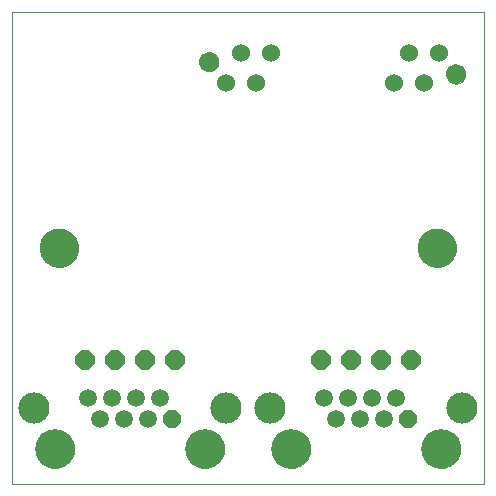
<source format=gbs>
G75*
G70*
%OFA0B0*%
%FSLAX24Y24*%
%IPPOS*%
%LPD*%
%AMOC8*
5,1,8,0,0,1.08239X$1,22.5*
%
%ADD10C,0.0000*%
%ADD11C,0.1300*%
%ADD12OC8,0.0590*%
%ADD13C,0.0590*%
%ADD14C,0.1040*%
%ADD15C,0.1320*%
%ADD16OC8,0.0640*%
%ADD17C,0.0600*%
%ADD18C,0.0670*%
D10*
X001274Y001049D02*
X001274Y016797D01*
X017022Y016797D01*
X017022Y001049D01*
X001274Y001049D01*
X002071Y002230D02*
X002073Y002280D01*
X002079Y002330D01*
X002089Y002379D01*
X002102Y002428D01*
X002120Y002475D01*
X002141Y002521D01*
X002165Y002564D01*
X002193Y002606D01*
X002224Y002646D01*
X002258Y002683D01*
X002295Y002717D01*
X002335Y002748D01*
X002377Y002776D01*
X002420Y002800D01*
X002466Y002821D01*
X002513Y002839D01*
X002562Y002852D01*
X002611Y002862D01*
X002661Y002868D01*
X002711Y002870D01*
X002761Y002868D01*
X002811Y002862D01*
X002860Y002852D01*
X002909Y002839D01*
X002956Y002821D01*
X003002Y002800D01*
X003045Y002776D01*
X003087Y002748D01*
X003127Y002717D01*
X003164Y002683D01*
X003198Y002646D01*
X003229Y002606D01*
X003257Y002564D01*
X003281Y002521D01*
X003302Y002475D01*
X003320Y002428D01*
X003333Y002379D01*
X003343Y002330D01*
X003349Y002280D01*
X003351Y002230D01*
X003349Y002180D01*
X003343Y002130D01*
X003333Y002081D01*
X003320Y002032D01*
X003302Y001985D01*
X003281Y001939D01*
X003257Y001896D01*
X003229Y001854D01*
X003198Y001814D01*
X003164Y001777D01*
X003127Y001743D01*
X003087Y001712D01*
X003045Y001684D01*
X003002Y001660D01*
X002956Y001639D01*
X002909Y001621D01*
X002860Y001608D01*
X002811Y001598D01*
X002761Y001592D01*
X002711Y001590D01*
X002661Y001592D01*
X002611Y001598D01*
X002562Y001608D01*
X002513Y001621D01*
X002466Y001639D01*
X002420Y001660D01*
X002377Y001684D01*
X002335Y001712D01*
X002295Y001743D01*
X002258Y001777D01*
X002224Y001814D01*
X002193Y001854D01*
X002165Y001896D01*
X002141Y001939D01*
X002120Y001985D01*
X002102Y002032D01*
X002089Y002081D01*
X002079Y002130D01*
X002073Y002180D01*
X002071Y002230D01*
X007071Y002230D02*
X007073Y002280D01*
X007079Y002330D01*
X007089Y002379D01*
X007102Y002428D01*
X007120Y002475D01*
X007141Y002521D01*
X007165Y002564D01*
X007193Y002606D01*
X007224Y002646D01*
X007258Y002683D01*
X007295Y002717D01*
X007335Y002748D01*
X007377Y002776D01*
X007420Y002800D01*
X007466Y002821D01*
X007513Y002839D01*
X007562Y002852D01*
X007611Y002862D01*
X007661Y002868D01*
X007711Y002870D01*
X007761Y002868D01*
X007811Y002862D01*
X007860Y002852D01*
X007909Y002839D01*
X007956Y002821D01*
X008002Y002800D01*
X008045Y002776D01*
X008087Y002748D01*
X008127Y002717D01*
X008164Y002683D01*
X008198Y002646D01*
X008229Y002606D01*
X008257Y002564D01*
X008281Y002521D01*
X008302Y002475D01*
X008320Y002428D01*
X008333Y002379D01*
X008343Y002330D01*
X008349Y002280D01*
X008351Y002230D01*
X008349Y002180D01*
X008343Y002130D01*
X008333Y002081D01*
X008320Y002032D01*
X008302Y001985D01*
X008281Y001939D01*
X008257Y001896D01*
X008229Y001854D01*
X008198Y001814D01*
X008164Y001777D01*
X008127Y001743D01*
X008087Y001712D01*
X008045Y001684D01*
X008002Y001660D01*
X007956Y001639D01*
X007909Y001621D01*
X007860Y001608D01*
X007811Y001598D01*
X007761Y001592D01*
X007711Y001590D01*
X007661Y001592D01*
X007611Y001598D01*
X007562Y001608D01*
X007513Y001621D01*
X007466Y001639D01*
X007420Y001660D01*
X007377Y001684D01*
X007335Y001712D01*
X007295Y001743D01*
X007258Y001777D01*
X007224Y001814D01*
X007193Y001854D01*
X007165Y001896D01*
X007141Y001939D01*
X007120Y001985D01*
X007102Y002032D01*
X007089Y002081D01*
X007079Y002130D01*
X007073Y002180D01*
X007071Y002230D01*
X009945Y002230D02*
X009947Y002280D01*
X009953Y002330D01*
X009963Y002379D01*
X009976Y002428D01*
X009994Y002475D01*
X010015Y002521D01*
X010039Y002564D01*
X010067Y002606D01*
X010098Y002646D01*
X010132Y002683D01*
X010169Y002717D01*
X010209Y002748D01*
X010251Y002776D01*
X010294Y002800D01*
X010340Y002821D01*
X010387Y002839D01*
X010436Y002852D01*
X010485Y002862D01*
X010535Y002868D01*
X010585Y002870D01*
X010635Y002868D01*
X010685Y002862D01*
X010734Y002852D01*
X010783Y002839D01*
X010830Y002821D01*
X010876Y002800D01*
X010919Y002776D01*
X010961Y002748D01*
X011001Y002717D01*
X011038Y002683D01*
X011072Y002646D01*
X011103Y002606D01*
X011131Y002564D01*
X011155Y002521D01*
X011176Y002475D01*
X011194Y002428D01*
X011207Y002379D01*
X011217Y002330D01*
X011223Y002280D01*
X011225Y002230D01*
X011223Y002180D01*
X011217Y002130D01*
X011207Y002081D01*
X011194Y002032D01*
X011176Y001985D01*
X011155Y001939D01*
X011131Y001896D01*
X011103Y001854D01*
X011072Y001814D01*
X011038Y001777D01*
X011001Y001743D01*
X010961Y001712D01*
X010919Y001684D01*
X010876Y001660D01*
X010830Y001639D01*
X010783Y001621D01*
X010734Y001608D01*
X010685Y001598D01*
X010635Y001592D01*
X010585Y001590D01*
X010535Y001592D01*
X010485Y001598D01*
X010436Y001608D01*
X010387Y001621D01*
X010340Y001639D01*
X010294Y001660D01*
X010251Y001684D01*
X010209Y001712D01*
X010169Y001743D01*
X010132Y001777D01*
X010098Y001814D01*
X010067Y001854D01*
X010039Y001896D01*
X010015Y001939D01*
X009994Y001985D01*
X009976Y002032D01*
X009963Y002081D01*
X009953Y002130D01*
X009947Y002180D01*
X009945Y002230D01*
X014945Y002230D02*
X014947Y002280D01*
X014953Y002330D01*
X014963Y002379D01*
X014976Y002428D01*
X014994Y002475D01*
X015015Y002521D01*
X015039Y002564D01*
X015067Y002606D01*
X015098Y002646D01*
X015132Y002683D01*
X015169Y002717D01*
X015209Y002748D01*
X015251Y002776D01*
X015294Y002800D01*
X015340Y002821D01*
X015387Y002839D01*
X015436Y002852D01*
X015485Y002862D01*
X015535Y002868D01*
X015585Y002870D01*
X015635Y002868D01*
X015685Y002862D01*
X015734Y002852D01*
X015783Y002839D01*
X015830Y002821D01*
X015876Y002800D01*
X015919Y002776D01*
X015961Y002748D01*
X016001Y002717D01*
X016038Y002683D01*
X016072Y002646D01*
X016103Y002606D01*
X016131Y002564D01*
X016155Y002521D01*
X016176Y002475D01*
X016194Y002428D01*
X016207Y002379D01*
X016217Y002330D01*
X016223Y002280D01*
X016225Y002230D01*
X016223Y002180D01*
X016217Y002130D01*
X016207Y002081D01*
X016194Y002032D01*
X016176Y001985D01*
X016155Y001939D01*
X016131Y001896D01*
X016103Y001854D01*
X016072Y001814D01*
X016038Y001777D01*
X016001Y001743D01*
X015961Y001712D01*
X015919Y001684D01*
X015876Y001660D01*
X015830Y001639D01*
X015783Y001621D01*
X015734Y001608D01*
X015685Y001598D01*
X015635Y001592D01*
X015585Y001590D01*
X015535Y001592D01*
X015485Y001598D01*
X015436Y001608D01*
X015387Y001621D01*
X015340Y001639D01*
X015294Y001660D01*
X015251Y001684D01*
X015209Y001712D01*
X015169Y001743D01*
X015132Y001777D01*
X015098Y001814D01*
X015067Y001854D01*
X015039Y001896D01*
X015015Y001939D01*
X014994Y001985D01*
X014976Y002032D01*
X014963Y002081D01*
X014953Y002130D01*
X014947Y002180D01*
X014945Y002230D01*
X014817Y008923D02*
X014819Y008973D01*
X014825Y009023D01*
X014835Y009072D01*
X014849Y009120D01*
X014866Y009167D01*
X014887Y009212D01*
X014912Y009256D01*
X014940Y009297D01*
X014972Y009336D01*
X015006Y009373D01*
X015043Y009407D01*
X015083Y009437D01*
X015125Y009464D01*
X015169Y009488D01*
X015215Y009509D01*
X015262Y009525D01*
X015310Y009538D01*
X015360Y009547D01*
X015409Y009552D01*
X015460Y009553D01*
X015510Y009550D01*
X015559Y009543D01*
X015608Y009532D01*
X015656Y009517D01*
X015702Y009499D01*
X015747Y009477D01*
X015790Y009451D01*
X015831Y009422D01*
X015870Y009390D01*
X015906Y009355D01*
X015938Y009317D01*
X015968Y009277D01*
X015995Y009234D01*
X016018Y009190D01*
X016037Y009144D01*
X016053Y009096D01*
X016065Y009047D01*
X016073Y008998D01*
X016077Y008948D01*
X016077Y008898D01*
X016073Y008848D01*
X016065Y008799D01*
X016053Y008750D01*
X016037Y008702D01*
X016018Y008656D01*
X015995Y008612D01*
X015968Y008569D01*
X015938Y008529D01*
X015906Y008491D01*
X015870Y008456D01*
X015831Y008424D01*
X015790Y008395D01*
X015747Y008369D01*
X015702Y008347D01*
X015656Y008329D01*
X015608Y008314D01*
X015559Y008303D01*
X015510Y008296D01*
X015460Y008293D01*
X015409Y008294D01*
X015360Y008299D01*
X015310Y008308D01*
X015262Y008321D01*
X015215Y008337D01*
X015169Y008358D01*
X015125Y008382D01*
X015083Y008409D01*
X015043Y008439D01*
X015006Y008473D01*
X014972Y008510D01*
X014940Y008549D01*
X014912Y008590D01*
X014887Y008634D01*
X014866Y008679D01*
X014849Y008726D01*
X014835Y008774D01*
X014825Y008823D01*
X014819Y008873D01*
X014817Y008923D01*
X015760Y014715D02*
X015762Y014750D01*
X015768Y014785D01*
X015778Y014819D01*
X015791Y014852D01*
X015808Y014883D01*
X015829Y014911D01*
X015852Y014938D01*
X015879Y014961D01*
X015907Y014982D01*
X015938Y014999D01*
X015971Y015012D01*
X016005Y015022D01*
X016040Y015028D01*
X016075Y015030D01*
X016110Y015028D01*
X016145Y015022D01*
X016179Y015012D01*
X016212Y014999D01*
X016243Y014982D01*
X016271Y014961D01*
X016298Y014938D01*
X016321Y014911D01*
X016342Y014883D01*
X016359Y014852D01*
X016372Y014819D01*
X016382Y014785D01*
X016388Y014750D01*
X016390Y014715D01*
X016388Y014680D01*
X016382Y014645D01*
X016372Y014611D01*
X016359Y014578D01*
X016342Y014547D01*
X016321Y014519D01*
X016298Y014492D01*
X016271Y014469D01*
X016243Y014448D01*
X016212Y014431D01*
X016179Y014418D01*
X016145Y014408D01*
X016110Y014402D01*
X016075Y014400D01*
X016040Y014402D01*
X016005Y014408D01*
X015971Y014418D01*
X015938Y014431D01*
X015907Y014448D01*
X015879Y014469D01*
X015852Y014492D01*
X015829Y014519D01*
X015808Y014547D01*
X015791Y014578D01*
X015778Y014611D01*
X015768Y014645D01*
X015762Y014680D01*
X015760Y014715D01*
X007532Y015133D02*
X007534Y015168D01*
X007540Y015203D01*
X007550Y015237D01*
X007563Y015270D01*
X007580Y015301D01*
X007601Y015329D01*
X007624Y015356D01*
X007651Y015379D01*
X007679Y015400D01*
X007710Y015417D01*
X007743Y015430D01*
X007777Y015440D01*
X007812Y015446D01*
X007847Y015448D01*
X007882Y015446D01*
X007917Y015440D01*
X007951Y015430D01*
X007984Y015417D01*
X008015Y015400D01*
X008043Y015379D01*
X008070Y015356D01*
X008093Y015329D01*
X008114Y015301D01*
X008131Y015270D01*
X008144Y015237D01*
X008154Y015203D01*
X008160Y015168D01*
X008162Y015133D01*
X008160Y015098D01*
X008154Y015063D01*
X008144Y015029D01*
X008131Y014996D01*
X008114Y014965D01*
X008093Y014937D01*
X008070Y014910D01*
X008043Y014887D01*
X008015Y014866D01*
X007984Y014849D01*
X007951Y014836D01*
X007917Y014826D01*
X007882Y014820D01*
X007847Y014818D01*
X007812Y014820D01*
X007777Y014826D01*
X007743Y014836D01*
X007710Y014849D01*
X007679Y014866D01*
X007651Y014887D01*
X007624Y014910D01*
X007601Y014937D01*
X007580Y014965D01*
X007563Y014996D01*
X007550Y015029D01*
X007540Y015063D01*
X007534Y015098D01*
X007532Y015133D01*
X002219Y008923D02*
X002221Y008973D01*
X002227Y009023D01*
X002237Y009072D01*
X002251Y009120D01*
X002268Y009167D01*
X002289Y009212D01*
X002314Y009256D01*
X002342Y009297D01*
X002374Y009336D01*
X002408Y009373D01*
X002445Y009407D01*
X002485Y009437D01*
X002527Y009464D01*
X002571Y009488D01*
X002617Y009509D01*
X002664Y009525D01*
X002712Y009538D01*
X002762Y009547D01*
X002811Y009552D01*
X002862Y009553D01*
X002912Y009550D01*
X002961Y009543D01*
X003010Y009532D01*
X003058Y009517D01*
X003104Y009499D01*
X003149Y009477D01*
X003192Y009451D01*
X003233Y009422D01*
X003272Y009390D01*
X003308Y009355D01*
X003340Y009317D01*
X003370Y009277D01*
X003397Y009234D01*
X003420Y009190D01*
X003439Y009144D01*
X003455Y009096D01*
X003467Y009047D01*
X003475Y008998D01*
X003479Y008948D01*
X003479Y008898D01*
X003475Y008848D01*
X003467Y008799D01*
X003455Y008750D01*
X003439Y008702D01*
X003420Y008656D01*
X003397Y008612D01*
X003370Y008569D01*
X003340Y008529D01*
X003308Y008491D01*
X003272Y008456D01*
X003233Y008424D01*
X003192Y008395D01*
X003149Y008369D01*
X003104Y008347D01*
X003058Y008329D01*
X003010Y008314D01*
X002961Y008303D01*
X002912Y008296D01*
X002862Y008293D01*
X002811Y008294D01*
X002762Y008299D01*
X002712Y008308D01*
X002664Y008321D01*
X002617Y008337D01*
X002571Y008358D01*
X002527Y008382D01*
X002485Y008409D01*
X002445Y008439D01*
X002408Y008473D01*
X002374Y008510D01*
X002342Y008549D01*
X002314Y008590D01*
X002289Y008634D01*
X002268Y008679D01*
X002251Y008726D01*
X002237Y008774D01*
X002227Y008823D01*
X002221Y008873D01*
X002219Y008923D01*
D11*
X002849Y008923D03*
X015447Y008923D03*
D12*
X014485Y003230D03*
X006611Y003230D03*
D13*
X005811Y003230D03*
X005011Y003230D03*
X004211Y003230D03*
X004611Y003930D03*
X005411Y003930D03*
X006211Y003930D03*
X003811Y003930D03*
X011685Y003930D03*
X012485Y003930D03*
X013285Y003930D03*
X014085Y003930D03*
X013685Y003230D03*
X012885Y003230D03*
X012085Y003230D03*
D14*
X009895Y003580D03*
X008401Y003580D03*
X002021Y003580D03*
X016275Y003580D03*
D15*
X015585Y002230D03*
X010585Y002230D03*
X007711Y002230D03*
X002711Y002230D03*
D16*
X003711Y005174D03*
X004711Y005174D03*
X005711Y005174D03*
X006711Y005174D03*
X011586Y005174D03*
X012586Y005174D03*
X013586Y005174D03*
X014586Y005174D03*
D17*
X015024Y014424D03*
X014024Y014424D03*
X014524Y015424D03*
X015524Y015424D03*
X009898Y015424D03*
X008898Y015424D03*
X009398Y014424D03*
X008398Y014424D03*
D18*
X007847Y015133D03*
X016075Y014715D03*
M02*

</source>
